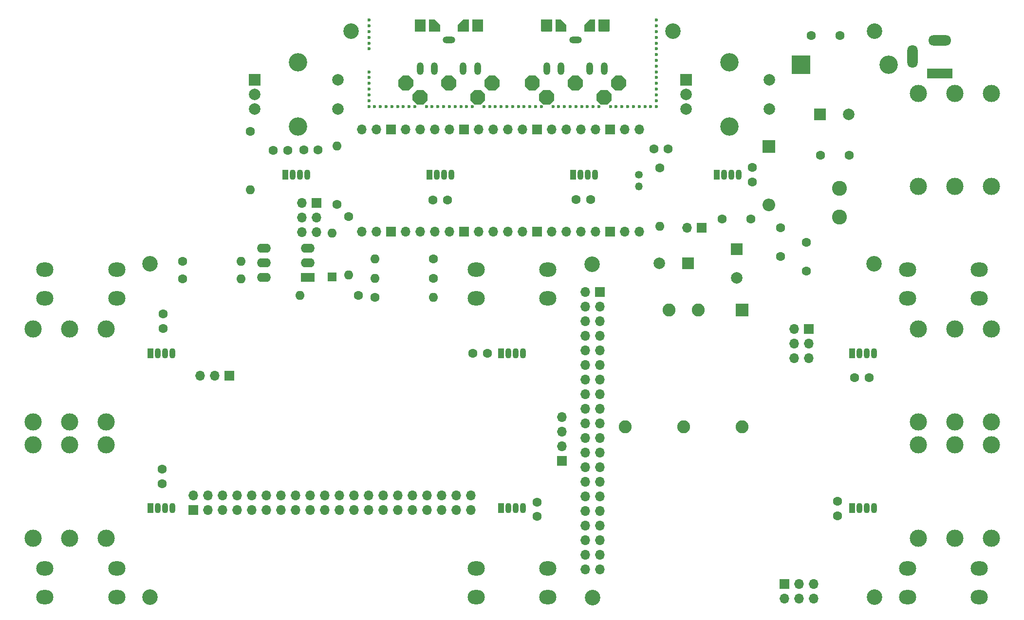
<source format=gts>
G04 #@! TF.GenerationSoftware,KiCad,Pcbnew,7.0.1.1-36-gbcf78dbe24-dirty-deb11*
G04 #@! TF.CreationDate,2023-04-07T14:25:04+00:00*
G04 #@! TF.ProjectId,pedalboard-hw,70656461-6c62-46f6-9172-642d68772e6b,1.0.2*
G04 #@! TF.SameCoordinates,Original*
G04 #@! TF.FileFunction,Soldermask,Top*
G04 #@! TF.FilePolarity,Negative*
%FSLAX46Y46*%
G04 Gerber Fmt 4.6, Leading zero omitted, Abs format (unit mm)*
G04 Created by KiCad (PCBNEW 7.0.1.1-36-gbcf78dbe24-dirty-deb11) date 2023-04-07 14:25:04*
%MOMM*%
%LPD*%
G01*
G04 APERTURE LIST*
%ADD10C,2.700000*%
%ADD11C,1.600000*%
%ADD12O,1.200000X2.200000*%
%ADD13O,2.200000X1.200000*%
%ADD14C,3.000000*%
%ADD15R,4.400000X1.800000*%
%ADD16O,4.000000X1.800000*%
%ADD17O,1.800000X4.000000*%
%ADD18O,1.600000X1.600000*%
%ADD19R,1.070000X1.800000*%
%ADD20O,1.070000X1.800000*%
%ADD21R,2.250000X2.250000*%
%ADD22C,2.250000*%
%ADD23R,1.700000X1.700000*%
%ADD24O,1.700000X1.700000*%
%ADD25C,0.600000*%
%ADD26O,3.000000X2.500000*%
%ADD27R,2.400000X1.600000*%
%ADD28O,2.400000X1.600000*%
%ADD29C,2.600000*%
%ADD30R,2.000000X2.000000*%
%ADD31C,2.000000*%
%ADD32C,3.200000*%
%ADD33R,1.600000X1.600000*%
%ADD34R,3.200000X3.200000*%
%ADD35O,3.200000X3.200000*%
%ADD36R,2.200000X2.200000*%
%ADD37O,2.200000X2.200000*%
%ADD38C,1.350000*%
%ADD39O,1.350000X1.350000*%
G04 APERTURE END LIST*
D10*
X168020000Y-121500000D03*
D11*
X146800000Y-46700000D03*
X146800000Y-49200000D03*
D12*
X121000000Y-29500000D03*
X118500000Y-29500000D03*
D13*
X116000000Y-24500000D03*
D12*
X111000000Y-29500000D03*
X113500000Y-29500000D03*
D10*
X133000000Y-23000000D03*
D14*
X28050000Y-111200000D03*
X28050000Y-94970000D03*
X21700000Y-111200000D03*
X21700000Y-94970000D03*
X34400000Y-111200000D03*
X34400000Y-94970000D03*
D11*
X158637600Y-44600000D03*
X163637600Y-44600000D03*
D15*
X179400000Y-30400000D03*
D16*
X179400000Y-24600000D03*
D17*
X174600000Y-27400000D03*
D11*
X130700000Y-46820000D03*
D18*
X130700000Y-56980000D03*
D19*
X115600000Y-48000000D03*
D20*
X116870000Y-48000000D03*
X118140000Y-48000000D03*
X119410000Y-48000000D03*
D14*
X28085000Y-91000000D03*
X28085000Y-74770000D03*
X21735000Y-91000000D03*
X21735000Y-74770000D03*
X34435000Y-91000000D03*
X34435000Y-74770000D03*
D21*
X144960000Y-71520000D03*
D22*
X137340000Y-71520000D03*
X132260000Y-71520000D03*
X124640000Y-91840000D03*
X134800000Y-91840000D03*
X144960000Y-91840000D03*
D14*
X181950000Y-94995000D03*
X181950000Y-111225000D03*
X188300000Y-94995000D03*
X188300000Y-111225000D03*
X175600000Y-94995000D03*
X175600000Y-111225000D03*
D10*
X42000000Y-63500000D03*
D19*
X140600000Y-48000000D03*
D20*
X141870000Y-48000000D03*
X143140000Y-48000000D03*
X144410000Y-48000000D03*
D11*
X109310000Y-104930000D03*
X109310000Y-107430000D03*
D19*
X103100000Y-106000000D03*
D20*
X104370000Y-106000000D03*
X105640000Y-106000000D03*
X106910000Y-106000000D03*
D10*
X118980000Y-121520000D03*
D23*
X49590000Y-106320000D03*
D24*
X49590000Y-103780000D03*
X52130000Y-106320000D03*
X52130000Y-103780000D03*
X54670000Y-106320000D03*
X54670000Y-103780000D03*
X57210000Y-106320000D03*
X57210000Y-103780000D03*
X59750000Y-106320000D03*
X59750000Y-103780000D03*
X62290000Y-106320000D03*
X62290000Y-103780000D03*
X64830000Y-106320000D03*
X64830000Y-103780000D03*
X67370000Y-106320000D03*
X67370000Y-103780000D03*
X69910000Y-106320000D03*
X69910000Y-103780000D03*
X72450000Y-106320000D03*
X72450000Y-103780000D03*
X74990000Y-106320000D03*
X74990000Y-103780000D03*
X77530000Y-106320000D03*
X77530000Y-103780000D03*
X80070000Y-106320000D03*
X80070000Y-103780000D03*
X82610000Y-106320000D03*
X82610000Y-103780000D03*
X85150000Y-106320000D03*
X85150000Y-103780000D03*
X87690000Y-106320000D03*
X87690000Y-103780000D03*
X90230000Y-106320000D03*
X90230000Y-103780000D03*
X92770000Y-106320000D03*
X92770000Y-103780000D03*
X95310000Y-106320000D03*
X95310000Y-103780000D03*
X97850000Y-106320000D03*
X97850000Y-103780000D03*
D11*
X161620000Y-107300000D03*
X161620000Y-104800000D03*
D25*
X80100000Y-21075000D03*
X80100000Y-22075000D03*
X80100000Y-23075000D03*
X80100000Y-24075000D03*
X80100000Y-25075000D03*
X80100000Y-26075000D03*
X80100000Y-30075000D03*
X80100000Y-31075000D03*
X80100000Y-32075000D03*
X80100000Y-33075000D03*
X80100000Y-34075000D03*
X80100000Y-35075000D03*
X80100000Y-36075000D03*
X81100000Y-36075000D03*
X82100000Y-36075000D03*
X83100000Y-36075000D03*
X84100000Y-36075000D03*
X85100000Y-36075000D03*
X86100000Y-36075000D03*
X87100000Y-36075000D03*
X88100000Y-36075000D03*
X90100000Y-36075000D03*
X91100000Y-36075000D03*
X92100000Y-36075000D03*
X93100000Y-36075000D03*
X94100000Y-36075000D03*
X95100000Y-36075000D03*
X96100000Y-36075000D03*
X97100000Y-36075000D03*
X98100000Y-36075000D03*
X100100000Y-36075000D03*
X101100000Y-36075000D03*
X102100000Y-36075000D03*
X103100000Y-36075000D03*
X104100000Y-36075000D03*
X105100000Y-36075000D03*
X106100000Y-36075000D03*
X107100000Y-36075000D03*
X108100000Y-36075000D03*
X109100000Y-36075000D03*
X110100000Y-36075000D03*
X112100000Y-36075000D03*
X113100000Y-36075000D03*
X114100000Y-36075000D03*
X115100000Y-36075000D03*
X116100000Y-36075000D03*
X117100000Y-36075000D03*
X118100000Y-36075000D03*
X119100000Y-36075000D03*
X120100000Y-36075000D03*
X122100000Y-36075000D03*
X123100000Y-36075000D03*
X124100000Y-36075000D03*
X125100000Y-36075000D03*
X126100000Y-36075000D03*
X127100000Y-36075000D03*
X128100000Y-36075000D03*
X129100000Y-36075000D03*
X130100000Y-21075000D03*
X130100000Y-22075000D03*
X130100000Y-23075000D03*
X130100000Y-24075000D03*
X130100000Y-25075000D03*
X130100000Y-26075000D03*
X130100000Y-27075000D03*
X130100000Y-28075000D03*
X130100000Y-29075000D03*
X130100000Y-30075000D03*
X130100000Y-31075000D03*
X130100000Y-32075000D03*
X130100000Y-33075000D03*
X130100000Y-34075000D03*
X130100000Y-35075000D03*
X130100000Y-36075000D03*
D11*
X44155000Y-101700000D03*
X44155000Y-99200000D03*
D26*
X98750000Y-64500000D03*
X111250000Y-64500000D03*
X98750000Y-69500000D03*
X111250000Y-69500000D03*
D19*
X42100000Y-79000000D03*
D20*
X43370000Y-79000000D03*
X44640000Y-79000000D03*
X45910000Y-79000000D03*
D11*
X74575000Y-53105000D03*
D18*
X74575000Y-42945000D03*
D27*
X69475000Y-65800000D03*
D28*
X69475000Y-63260000D03*
X69475000Y-60720000D03*
X61855000Y-60720000D03*
X61855000Y-63260000D03*
X61855000Y-65800000D03*
D10*
X77000000Y-23000000D03*
D29*
X161900000Y-50300000D03*
X161900000Y-55300000D03*
D14*
X181965000Y-33800000D03*
X181965000Y-50030000D03*
X188315000Y-33800000D03*
X188315000Y-50030000D03*
X175615000Y-33800000D03*
X175615000Y-50030000D03*
D11*
X63475000Y-43700000D03*
X65975000Y-43700000D03*
G36*
X107946312Y-33285921D02*
G01*
X107214079Y-32553688D01*
X107199200Y-32517767D01*
X107199200Y-31482233D01*
X107214079Y-31446312D01*
X107946312Y-30714079D01*
X107982233Y-30699200D01*
X109017767Y-30699200D01*
X109053688Y-30714079D01*
X109785921Y-31446312D01*
X109800800Y-31482233D01*
X109800800Y-32517767D01*
X109785921Y-32553688D01*
X109053688Y-33285921D01*
X109017767Y-33300800D01*
X107982233Y-33300800D01*
X107946312Y-33285921D01*
G37*
G36*
X117285921Y-32553688D02*
G01*
X116553688Y-33285921D01*
X116517767Y-33300800D01*
X115482233Y-33300800D01*
X115446312Y-33285921D01*
X114714079Y-32553688D01*
X114699200Y-32517767D01*
X114699200Y-31482233D01*
X114714079Y-31446312D01*
X115446312Y-30714079D01*
X115482233Y-30699200D01*
X116517767Y-30699200D01*
X116553688Y-30714079D01*
X117285921Y-31446312D01*
X117300800Y-31482233D01*
X117300800Y-32517767D01*
X117285921Y-32553688D01*
G37*
G36*
X122946312Y-33285921D02*
G01*
X122214079Y-32553688D01*
X122199200Y-32517767D01*
X122199200Y-31482233D01*
X122214079Y-31446312D01*
X122946312Y-30714079D01*
X122982233Y-30699200D01*
X124017767Y-30699200D01*
X124053688Y-30714079D01*
X124785921Y-31446312D01*
X124800800Y-31482233D01*
X124800800Y-32517767D01*
X124785921Y-32553688D01*
X124053688Y-33285921D01*
X124017767Y-33300800D01*
X122982233Y-33300800D01*
X122946312Y-33285921D01*
G37*
G36*
X110446312Y-35785921D02*
G01*
X109714079Y-35053688D01*
X109699200Y-35017767D01*
X109699200Y-33982233D01*
X109714079Y-33946312D01*
X110446312Y-33214079D01*
X110482233Y-33199200D01*
X111517767Y-33199200D01*
X111553688Y-33214079D01*
X112285921Y-33946312D01*
X112300800Y-33982233D01*
X112300800Y-35017767D01*
X112285921Y-35053688D01*
X111553688Y-35785921D01*
X111517767Y-35800800D01*
X110482233Y-35800800D01*
X110446312Y-35785921D01*
G37*
G36*
X120446312Y-35785921D02*
G01*
X119714079Y-35053688D01*
X119699200Y-35017767D01*
X119699200Y-33982233D01*
X119714079Y-33946312D01*
X120446312Y-33214079D01*
X120482233Y-33199200D01*
X121517767Y-33199200D01*
X121553688Y-33214079D01*
X122285921Y-33946312D01*
X122300800Y-33982233D01*
X122300800Y-35017767D01*
X122285921Y-35053688D01*
X121553688Y-35785921D01*
X121517767Y-35800800D01*
X120482233Y-35800800D01*
X120446312Y-35785921D01*
G37*
G36*
X117564079Y-23035921D02*
G01*
X117549200Y-23000000D01*
X117549200Y-21900000D01*
X117564079Y-21864079D01*
X118464079Y-20964079D01*
X118500000Y-20949200D01*
X119400000Y-20949200D01*
X119435921Y-20964079D01*
X119450800Y-21000000D01*
X119450800Y-23000000D01*
X119435921Y-23035921D01*
X119400000Y-23050800D01*
X117600000Y-23050800D01*
X117564079Y-23035921D01*
G37*
G36*
G01*
X121950800Y-21000000D02*
X121950800Y-23000000D01*
G75*
G02*
X121900000Y-23050800I-50800J0D01*
G01*
X120100000Y-23050800D01*
G75*
G02*
X120049200Y-23000000I0J50800D01*
G01*
X120049200Y-21000000D01*
G75*
G02*
X120100000Y-20949200I50800J0D01*
G01*
X121900000Y-20949200D01*
G75*
G02*
X121950800Y-21000000I0J-50800D01*
G01*
G37*
G36*
G01*
X111950800Y-21000000D02*
X111950800Y-23000000D01*
G75*
G02*
X111900000Y-23050800I-50800J0D01*
G01*
X110100000Y-23050800D01*
G75*
G02*
X110049200Y-23000000I0J50800D01*
G01*
X110049200Y-21000000D01*
G75*
G02*
X110100000Y-20949200I50800J0D01*
G01*
X111900000Y-20949200D01*
G75*
G02*
X111950800Y-21000000I0J-50800D01*
G01*
G37*
G36*
X112564079Y-23035921D02*
G01*
X112549200Y-23000000D01*
X112549200Y-21000000D01*
X112564079Y-20964079D01*
X112600000Y-20949200D01*
X113500000Y-20949200D01*
X113535921Y-20964079D01*
X114435921Y-21864079D01*
X114450800Y-21900000D01*
X114450800Y-23000000D01*
X114435921Y-23035921D01*
X114400000Y-23050800D01*
X112600000Y-23050800D01*
X112564079Y-23035921D01*
G37*
D19*
X90600000Y-48000000D03*
D20*
X91870000Y-48000000D03*
X93140000Y-48000000D03*
X94410000Y-48000000D03*
D30*
X60250000Y-31500000D03*
D31*
X60250000Y-36500000D03*
X60250000Y-34000000D03*
D32*
X67750000Y-28400000D03*
X67750000Y-39600000D03*
D31*
X74750000Y-36500000D03*
X74750000Y-31500000D03*
D11*
X68750000Y-43675000D03*
X71250000Y-43675000D03*
X164570000Y-83300000D03*
X167070000Y-83300000D03*
D30*
X144100000Y-60932323D03*
D31*
X144100000Y-65932323D03*
D11*
X78280000Y-68980000D03*
D18*
X68120000Y-68980000D03*
D10*
X167900000Y-63450000D03*
D30*
X135600000Y-63400000D03*
D31*
X130600000Y-63400000D03*
D19*
X65600000Y-48000000D03*
D20*
X66870000Y-48000000D03*
X68140000Y-48000000D03*
X69410000Y-48000000D03*
D11*
X91250000Y-52400000D03*
X93750000Y-52400000D03*
D10*
X42000000Y-121500000D03*
D14*
X181950000Y-74780000D03*
X181950000Y-91010000D03*
X188300000Y-74780000D03*
X188300000Y-91010000D03*
X175600000Y-74780000D03*
X175600000Y-91010000D03*
D26*
X23750000Y-64500000D03*
X36250000Y-64500000D03*
X23750000Y-69500000D03*
X36250000Y-69500000D03*
D11*
X129650000Y-43470000D03*
X132150000Y-43470000D03*
X47695000Y-63050000D03*
D18*
X57855000Y-63050000D03*
D30*
X158569923Y-37500000D03*
D31*
X163569923Y-37500000D03*
D19*
X164100000Y-79000000D03*
D20*
X165370000Y-79000000D03*
X166640000Y-79000000D03*
X167910000Y-79000000D03*
D11*
X81190000Y-69340000D03*
D18*
X91350000Y-69340000D03*
D19*
X42100000Y-106000000D03*
D20*
X43370000Y-106000000D03*
X44640000Y-106000000D03*
X45910000Y-106000000D03*
D11*
X76600000Y-55270000D03*
D18*
X76600000Y-65430000D03*
D11*
X146500000Y-55700000D03*
X141500000Y-55700000D03*
D33*
X73700000Y-65775000D03*
D18*
X73700000Y-58155000D03*
D11*
X116150000Y-52300000D03*
X118650000Y-52300000D03*
D34*
X155194000Y-28803600D03*
D35*
X170434000Y-28803600D03*
D11*
X91280000Y-62575000D03*
D18*
X81120000Y-62575000D03*
D11*
X162001200Y-23774400D03*
X157001200Y-23774400D03*
D10*
X118900000Y-63565600D03*
D11*
X151700000Y-57200000D03*
X151700000Y-62200000D03*
D19*
X164100000Y-106000000D03*
D20*
X165370000Y-106000000D03*
X166640000Y-106000000D03*
X167910000Y-106000000D03*
D26*
X173750000Y-116500000D03*
X186250000Y-116500000D03*
X173750000Y-121500000D03*
X186250000Y-121500000D03*
X173750000Y-64500000D03*
X186250000Y-64500000D03*
X173750000Y-69500000D03*
X186250000Y-69500000D03*
D11*
X100670000Y-79050000D03*
X98170000Y-79050000D03*
D26*
X23750000Y-116500000D03*
X36250000Y-116500000D03*
X23750000Y-121500000D03*
X36250000Y-121500000D03*
D10*
X168000000Y-23000000D03*
D11*
X91350000Y-65980000D03*
D18*
X81190000Y-65980000D03*
D30*
X135250000Y-31500000D03*
D31*
X135250000Y-36500000D03*
X135250000Y-34000000D03*
D32*
X142750000Y-28400000D03*
X142750000Y-39600000D03*
D31*
X149750000Y-36500000D03*
X149750000Y-31500000D03*
D11*
X47695000Y-66050000D03*
D18*
X57855000Y-66050000D03*
D26*
X98750000Y-116500000D03*
X111250000Y-116500000D03*
X98750000Y-121500000D03*
X111250000Y-121500000D03*
D11*
X156200000Y-64700000D03*
X156200000Y-59700000D03*
G36*
X85951812Y-33285921D02*
G01*
X85219579Y-32553688D01*
X85204700Y-32517767D01*
X85204700Y-31482233D01*
X85219579Y-31446312D01*
X85951812Y-30714079D01*
X85987733Y-30699200D01*
X87023267Y-30699200D01*
X87059188Y-30714079D01*
X87791421Y-31446312D01*
X87806300Y-31482233D01*
X87806300Y-32517767D01*
X87791421Y-32553688D01*
X87059188Y-33285921D01*
X87023267Y-33300800D01*
X85987733Y-33300800D01*
X85951812Y-33285921D01*
G37*
G36*
X95291421Y-32553688D02*
G01*
X94559188Y-33285921D01*
X94523267Y-33300800D01*
X93487733Y-33300800D01*
X93451812Y-33285921D01*
X92719579Y-32553688D01*
X92704700Y-32517767D01*
X92704700Y-31482233D01*
X92719579Y-31446312D01*
X93451812Y-30714079D01*
X93487733Y-30699200D01*
X94523267Y-30699200D01*
X94559188Y-30714079D01*
X95291421Y-31446312D01*
X95306300Y-31482233D01*
X95306300Y-32517767D01*
X95291421Y-32553688D01*
G37*
G36*
X100951812Y-33285921D02*
G01*
X100219579Y-32553688D01*
X100204700Y-32517767D01*
X100204700Y-31482233D01*
X100219579Y-31446312D01*
X100951812Y-30714079D01*
X100987733Y-30699200D01*
X102023267Y-30699200D01*
X102059188Y-30714079D01*
X102791421Y-31446312D01*
X102806300Y-31482233D01*
X102806300Y-32517767D01*
X102791421Y-32553688D01*
X102059188Y-33285921D01*
X102023267Y-33300800D01*
X100987733Y-33300800D01*
X100951812Y-33285921D01*
G37*
G36*
X88451812Y-35785921D02*
G01*
X87719579Y-35053688D01*
X87704700Y-35017767D01*
X87704700Y-33982233D01*
X87719579Y-33946312D01*
X88451812Y-33214079D01*
X88487733Y-33199200D01*
X89523267Y-33199200D01*
X89559188Y-33214079D01*
X90291421Y-33946312D01*
X90306300Y-33982233D01*
X90306300Y-35017767D01*
X90291421Y-35053688D01*
X89559188Y-35785921D01*
X89523267Y-35800800D01*
X88487733Y-35800800D01*
X88451812Y-35785921D01*
G37*
G36*
X98451812Y-35785921D02*
G01*
X97719579Y-35053688D01*
X97704700Y-35017767D01*
X97704700Y-33982233D01*
X97719579Y-33946312D01*
X98451812Y-33214079D01*
X98487733Y-33199200D01*
X99523267Y-33199200D01*
X99559188Y-33214079D01*
X100291421Y-33946312D01*
X100306300Y-33982233D01*
X100306300Y-35017767D01*
X100291421Y-35053688D01*
X99559188Y-35785921D01*
X99523267Y-35800800D01*
X98487733Y-35800800D01*
X98451812Y-35785921D01*
G37*
G36*
X95569579Y-23035921D02*
G01*
X95554700Y-23000000D01*
X95554700Y-21900000D01*
X95569579Y-21864079D01*
X96469579Y-20964079D01*
X96505500Y-20949200D01*
X97405500Y-20949200D01*
X97441421Y-20964079D01*
X97456300Y-21000000D01*
X97456300Y-23000000D01*
X97441421Y-23035921D01*
X97405500Y-23050800D01*
X95605500Y-23050800D01*
X95569579Y-23035921D01*
G37*
G36*
G01*
X99956300Y-21000000D02*
X99956300Y-23000000D01*
G75*
G02*
X99905500Y-23050800I-50800J0D01*
G01*
X98105500Y-23050800D01*
G75*
G02*
X98054700Y-23000000I0J50800D01*
G01*
X98054700Y-21000000D01*
G75*
G02*
X98105500Y-20949200I50800J0D01*
G01*
X99905500Y-20949200D01*
G75*
G02*
X99956300Y-21000000I0J-50800D01*
G01*
G37*
G36*
G01*
X89956300Y-21000000D02*
X89956300Y-23000000D01*
G75*
G02*
X89905500Y-23050800I-50800J0D01*
G01*
X88105500Y-23050800D01*
G75*
G02*
X88054700Y-23000000I0J50800D01*
G01*
X88054700Y-21000000D01*
G75*
G02*
X88105500Y-20949200I50800J0D01*
G01*
X89905500Y-20949200D01*
G75*
G02*
X89956300Y-21000000I0J-50800D01*
G01*
G37*
G36*
X90569579Y-23035921D02*
G01*
X90554700Y-23000000D01*
X90554700Y-21000000D01*
X90569579Y-20964079D01*
X90605500Y-20949200D01*
X91505500Y-20949200D01*
X91541421Y-20964079D01*
X92441421Y-21864079D01*
X92456300Y-21900000D01*
X92456300Y-23000000D01*
X92441421Y-23035921D01*
X92405500Y-23050800D01*
X90605500Y-23050800D01*
X90569579Y-23035921D01*
G37*
X44355000Y-72200000D03*
X44355000Y-74700000D03*
D36*
X149606000Y-43078400D03*
D37*
X149606000Y-53238400D03*
D19*
X103100000Y-79000000D03*
D20*
X104370000Y-79000000D03*
X105640000Y-79000000D03*
X106910000Y-79000000D03*
D11*
X59500000Y-40445000D03*
D18*
X59500000Y-50605000D03*
D12*
X99000000Y-29500000D03*
X96500000Y-29500000D03*
D13*
X94000000Y-24500000D03*
D12*
X89000000Y-29500000D03*
X91500000Y-29500000D03*
D23*
X113625000Y-97780000D03*
D24*
X113625000Y-95240000D03*
X113625000Y-92700000D03*
X113625000Y-90160000D03*
D23*
X138000000Y-57175000D03*
D24*
X135460000Y-57175000D03*
D38*
X127000000Y-48000000D03*
D39*
X127000000Y-50000000D03*
D24*
X127130000Y-57890000D03*
X124590000Y-57890000D03*
D23*
X122050000Y-57890000D03*
D24*
X119510000Y-57890000D03*
X116970000Y-57890000D03*
X114430000Y-57890000D03*
X111890000Y-57890000D03*
D23*
X109350000Y-57890000D03*
D24*
X106810000Y-57890000D03*
X104270000Y-57890000D03*
X101730000Y-57890000D03*
X99190000Y-57890000D03*
D23*
X96650000Y-57890000D03*
D24*
X94110000Y-57890000D03*
X91570000Y-57890000D03*
X89030000Y-57890000D03*
X86490000Y-57890000D03*
D23*
X83950000Y-57890000D03*
D24*
X81410000Y-57890000D03*
X78870000Y-57890000D03*
X78870000Y-40110000D03*
X81410000Y-40110000D03*
D23*
X83950000Y-40110000D03*
D24*
X86490000Y-40110000D03*
X89030000Y-40110000D03*
X91570000Y-40110000D03*
X94110000Y-40110000D03*
D23*
X96650000Y-40110000D03*
D24*
X99190000Y-40110000D03*
X101730000Y-40110000D03*
X104270000Y-40110000D03*
X106810000Y-40110000D03*
D23*
X109350000Y-40110000D03*
D24*
X111890000Y-40110000D03*
X114430000Y-40110000D03*
X116970000Y-40110000D03*
X119510000Y-40110000D03*
D23*
X122050000Y-40110000D03*
D24*
X124590000Y-40110000D03*
X127130000Y-40110000D03*
D23*
X55865000Y-82962600D03*
D24*
X53325000Y-82962600D03*
X50785000Y-82962600D03*
D23*
X120250000Y-68375600D03*
D24*
X117710000Y-68375600D03*
X120250000Y-70915600D03*
X117710000Y-70915600D03*
X120250000Y-73455600D03*
X117710000Y-73455600D03*
X120250000Y-75995600D03*
X117710000Y-75995600D03*
X120250000Y-78535600D03*
X117710000Y-78535600D03*
X120250000Y-81075600D03*
X117710000Y-81075600D03*
X120250000Y-83615600D03*
X117710000Y-83615600D03*
X120250000Y-86155600D03*
X117710000Y-86155600D03*
X120250000Y-88695600D03*
X117710000Y-88695600D03*
X120250000Y-91235600D03*
X117710000Y-91235600D03*
X120250000Y-93775600D03*
X117710000Y-93775600D03*
X120250000Y-96315600D03*
X117710000Y-96315600D03*
X120250000Y-98855600D03*
X117710000Y-98855600D03*
X120250000Y-101395600D03*
X117710000Y-101395600D03*
X120250000Y-103935600D03*
X117710000Y-103935600D03*
X120250000Y-106475600D03*
X117710000Y-106475600D03*
X120250000Y-109015600D03*
X117710000Y-109015600D03*
X120250000Y-111555600D03*
X117710000Y-111555600D03*
X120250000Y-114095600D03*
X117710000Y-114095600D03*
X120250000Y-116635600D03*
X117710000Y-116635600D03*
D23*
X156555000Y-74845600D03*
D24*
X154015000Y-74845600D03*
X156555000Y-77385600D03*
X154015000Y-77385600D03*
X156555000Y-79925600D03*
X154015000Y-79925600D03*
D23*
X152380000Y-119150600D03*
D24*
X152380000Y-121690600D03*
X154920000Y-119150600D03*
X154920000Y-121690600D03*
X157460000Y-119150600D03*
X157460000Y-121690600D03*
D23*
X71000000Y-52850000D03*
D24*
X68460000Y-52850000D03*
X71000000Y-55390000D03*
X68460000Y-55390000D03*
X71000000Y-57930000D03*
X68460000Y-57930000D03*
M02*

</source>
